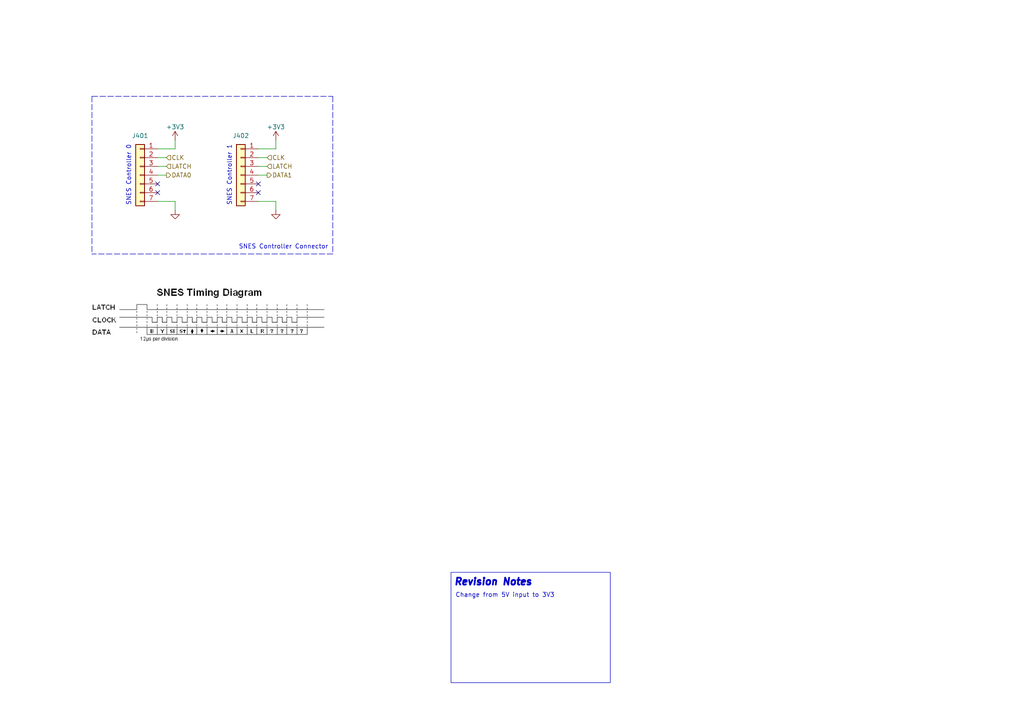
<source format=kicad_sch>
(kicad_sch (version 20231120) (generator "eeschema") (generator_version "8.0")
  (paper "A4")
  (title_block (date "2024-01-01") (rev "A") (company "Butler Electronics") (comment 1 "Joshua Butler, MD, MHI"))
  (lib_symbols
    (symbol "Connector_Generic:Conn_01x07" (pin_names (offset 1.016) hide)
      (property "Reference" "J" (at 0 10.16 0))
      (property "Value" "Conn_01x07" (at 0 -10.16 0))
      (symbol "Conn_01x07_1_1"
        (rectangle (start -1.27 -7.493) (end 0 -7.747) (stroke (width 0.1524)))
        (rectangle (start -1.27 -4.953) (end 0 -5.207) (stroke (width 0.1524)))
        (rectangle (start -1.27 -2.413) (end 0 -2.667) (stroke (width 0.1524)))
        (rectangle (start -1.27 0.127) (end 0 -0.127) (stroke (width 0.1524)))
        (rectangle (start -1.27 2.667) (end 0 2.413) (stroke (width 0.1524)))
        (rectangle (start -1.27 5.207) (end 0 4.953) (stroke (width 0.1524)))
        (rectangle (start -1.27 7.747) (end 0 7.493) (stroke (width 0.1524)))
        (rectangle (start -1.27 8.89) (end 1.27 -8.89) (stroke (width 0.254)) (fill (type background)))
        (pin passive line (at -5.08 7.62 0) (length 3.81) (name "Pin_1") (number "1"))
        (pin passive line (at -5.08 5.08 0) (length 3.81) (name "Pin_2") (number "2"))
        (pin passive line (at -5.08 2.54 0) (length 3.81) (name "Pin_3") (number "3"))
        (pin passive line (at -5.08 0 0) (length 3.81) (name "Pin_4") (number "4"))
        (pin passive line (at -5.08 -2.54 0) (length 3.81) (name "Pin_5") (number "5"))
        (pin passive line (at -5.08 -5.08 0) (length 3.81) (name "Pin_6") (number "6"))
        (pin passive line (at -5.08 -7.62 0) (length 3.81) (name "Pin_7") (number "7"))
      )
    )
    (symbol "power:+3V3" (power) (pin_numbers hide) (pin_names (offset 0) hide)
      (property "Value" "+3V3" (at 0 3.556 0))
      (symbol "+3V3_0_1"
        (polyline (pts (xy -0.762 1.27) (xy 0 2.54)))
        (polyline (pts (xy 0 0) (xy 0 2.54)))
        (polyline (pts (xy 0 2.54) (xy 0.762 1.27)))
      )
      (symbol "+3V3_1_1"
        (pin power_in line (at 0 0 90) (length 0) (name "~") (number "1"))
      )
    )
    (symbol "power:GND" (power) (pin_numbers hide) (pin_names (offset 0) hide)
      (property "Value" "GND" (at 0 -3.81 0))
      (symbol "GND_0_1"
        (polyline (pts (xy 0 0) (xy 0 -1.27) (xy 1.27 -1.27) (xy 0 -2.54) (xy -1.27 -1.27) (xy 0 -1.27)))
      )
      (symbol "GND_1_1"
        (pin power_in line (at 0 0 270) (length 0) (name "~") (number "1"))
      )
    )
  )
  (no_connect (at 45.72 55.88))
  (no_connect (at 74.93 53.34))
  (no_connect (at 74.93 55.88))
  (no_connect (at 45.72 53.34))
  (wire (pts (xy 45.72 48.26) (xy 48.26 48.26)))
  (polyline (pts (xy 26.67 27.94) (xy 96.52 27.94)) (stroke (width 0) (type dash)))
  (wire (pts (xy 50.8 40.64) (xy 50.8 43.18)))
  (wire (pts (xy 45.72 45.72) (xy 48.26 45.72)))
  (wire (pts (xy 74.93 48.26) (xy 77.47 48.26)))
  (wire (pts (xy 80.01 40.64) (xy 80.01 43.18)))
  (wire (pts (xy 45.72 58.42) (xy 50.8 58.42)))
  (wire (pts (xy 74.93 50.8) (xy 77.47 50.8)))
  (wire (pts (xy 45.72 43.18) (xy 50.8 43.18)))
  (wire (pts (xy 45.72 50.8) (xy 48.26 50.8)))
  (wire (pts (xy 74.93 43.18) (xy 80.01 43.18)))
  (polyline (pts (xy 96.52 27.94) (xy 96.52 73.66)) (stroke (width 0) (type dash)))
  (wire (pts (xy 80.01 60.96) (xy 80.01 58.42)))
  (wire (pts (xy 74.93 45.72) (xy 77.47 45.72)))
  (polyline (pts (xy 96.52 73.66) (xy 26.67 73.66)) (stroke (width 0) (type dash)))
  (wire (pts (xy 74.93 58.42) (xy 80.01 58.42)))
  (wire (pts (xy 50.8 60.96) (xy 50.8 58.42)))
  (polyline (pts (xy 26.67 27.94) (xy 26.67 73.66)) (stroke (width 0) (type dash)))
  (rectangle (start 130.81 165.9947) (end 177.0114 198.0015))
  (image (at 60.96 91.44) (scale 0.45349))
  (text "SNES Controller 0" (at 38.1 59.69 90) (effects (font (size 1.27 1.27)) (justify left bottom)))
  (text "Change from 5V input to 3V3" (at 132.08 171.958 0) (effects (font (size 1.27 1.27)) (justify left top)))
  (text "Revision Notes" (at 131.572 168.91 0) (effects (font (size 2 2) (thickness 0.508) (bold yes) (italic yes)) (justify left)))
  (text "SNES Controller 1" (at 67.31 59.69 90) (effects (font (size 1.27 1.27)) (justify left bottom)))
  (text "SNES Controller Connector" (at 95.25 72.39 0) (effects (font (size 1.27 1.27)) (justify right bottom)))
  (hierarchical_label "LATCH" (shape input) (at 48.26 48.26 0))
  (hierarchical_label "DATA0" (shape output) (at 48.26 50.8 0))
  (hierarchical_label "LATCH" (shape input) (at 77.47 48.26 0))
  (hierarchical_label "CLK" (shape input) (at 77.47 45.72 0))
  (hierarchical_label "DATA1" (shape output) (at 77.47 50.8 0))
  (hierarchical_label "CLK" (shape input) (at 48.26 45.72 0))
  (symbol (lib_id "power:+3V3") (at 50.8 40.64 0) (unit 1)
    (property "Reference" "#PWR0401" (effects (hide yes)))
    (property "Value" "+3V3" (at 50.8 36.83 0))
    (property "Description" "Power symbol creates a global label with name \"+3V3\"" (effects (hide yes)))
  )
  (symbol (lib_id "power:GND") (at 80.01 60.96 0) (unit 1)
    (property "Reference" "#PWR0404" (effects (hide yes)))
    (property "Value" "GND" (effects (hide yes)))
    (property "Description" "Power symbol creates a global label with name \"GND\" , ground" (effects (hide yes)))
  )
  (symbol (lib_id "power:+3V3") (at 80.01 40.64 0) (unit 1)
    (property "Reference" "#PWR0403" (effects (hide yes)))
    (property "Value" "+3V3" (at 80.01 36.83 0))
    (property "Description" "Power symbol creates a global label with name \"+3V3\"" (effects (hide yes)))
  )
  (symbol (lib_id "Connector_Generic:Conn_01x07") (at 69.85 50.8 0) (mirror y) (unit 1) (in_bom no)
    (property "Reference" "J402" (at 69.85 39.37 0))
    (property "Value" "Conn_01x07" (effects (hide yes)))
    (property "Footprint" "User_Footprint:SNES_Controller_Port_Horizontal" (effects (hide yes)))
    (property "Description" "Generic connector, single row, 01x07, script generated (kicad-library-utils/schlib/autogen/connector/)" (effects (hide yes)))
  )
  (symbol (lib_id "Connector_Generic:Conn_01x07") (at 40.64 50.8 0) (mirror y) (unit 1) (in_bom no)
    (property "Reference" "J401" (at 40.64 39.37 0))
    (property "Value" "Conn_01x07" (effects (hide yes)))
    (property "Footprint" "User_Footprint:SNES_Controller_Port_Horizontal" (effects (hide yes)))
    (property "Description" "Generic connector, single row, 01x07, script generated (kicad-library-utils/schlib/autogen/connector/)" (effects (hide yes)))
  )
  (symbol (lib_id "power:GND") (at 50.8 60.96 0) (unit 1)
    (property "Reference" "#PWR0402" (effects (hide yes)))
    (property "Value" "GND" (effects (hide yes)))
    (property "Description" "Power symbol creates a global label with name \"GND\" , ground" (effects (hide yes)))
  )
)
</source>
